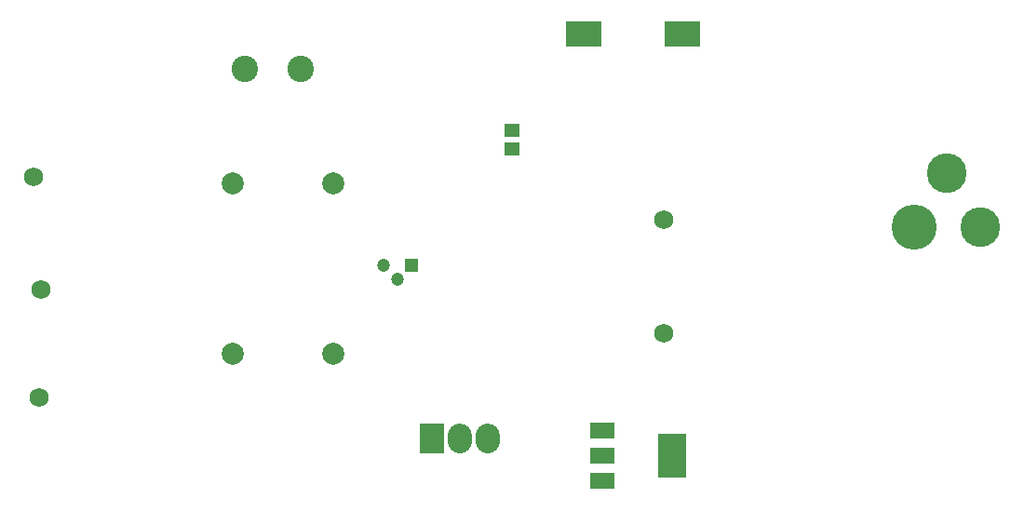
<source format=gts>
G04 Layer: TopSolderMaskLayer*
G04 EasyEDA v6.4.7, 2020-11-13T14:17:03--3:00*
G04 567a4f01d23344a586f60d2a48ffb39a,2f6a952e8d754e4686293a443d3b0dc2,10*
G04 Gerber Generator version 0.2*
G04 Scale: 100 percent, Rotated: No, Reflected: No *
G04 Dimensions in millimeters *
G04 leading zeros omitted , absolute positions ,3 integer and 3 decimal *
%FSLAX33Y33*%
%MOMM*%
G90*
D02*

%ADD29C,2.203196*%
%ADD30C,1.727200*%
%ADD32C,2.003196*%
%ADD35C,2.403196*%
%ADD37C,1.203198*%
%ADD39C,3.604260*%
%ADD40C,4.102100*%

%LPD*%
G54D29*
G01X40309Y15538D02*
G01X40309Y15038D01*
G01X42849Y15538D02*
G01X42849Y15038D01*
G54D30*
G01X1534Y39116D03*
G01X2169Y28829D03*
G01X2042Y19050D03*
G36*
G01X49916Y50919D02*
G01X49916Y53220D01*
G01X53119Y53220D01*
G01X53119Y50919D01*
G01X49916Y50919D01*
G37*
G36*
G01X58915Y50919D02*
G01X58915Y53220D01*
G01X62118Y53220D01*
G01X62118Y50919D01*
G01X58915Y50919D01*
G37*
G54D32*
G01X28780Y23035D03*
G01X19580Y23035D03*
G01X28780Y38529D03*
G01X19580Y38529D03*
G36*
G01X58320Y11714D02*
G01X58320Y15717D01*
G01X60825Y15717D01*
G01X60825Y11714D01*
G01X58320Y11714D01*
G37*
G36*
G01X52120Y13014D02*
G01X52120Y14417D01*
G01X54325Y14417D01*
G01X54325Y13014D01*
G01X52120Y13014D01*
G37*
G36*
G01X52120Y10713D02*
G01X52120Y12118D01*
G01X54325Y12118D01*
G01X54325Y10713D01*
G01X52120Y10713D01*
G37*
G36*
G01X52120Y15313D02*
G01X52120Y16718D01*
G01X54325Y16718D01*
G01X54325Y15313D01*
G01X52120Y15313D01*
G37*
G54D30*
G01X58851Y24870D03*
G01X58851Y35170D03*
G54D35*
G01X25831Y48943D03*
G01X20751Y48943D03*
G36*
G01X36667Y13936D02*
G01X36667Y16639D01*
G01X38872Y16639D01*
G01X38872Y13936D01*
G01X36667Y13936D01*
G37*
G54D37*
G01X34594Y29766D03*
G01X33324Y31036D03*
G36*
G01X35262Y30434D02*
G01X35262Y31638D01*
G01X36466Y31638D01*
G01X36466Y30434D01*
G01X35262Y30434D01*
G37*
G54D39*
G01X87589Y34505D03*
G01X84541Y39408D03*
G54D40*
G01X81594Y34505D03*
G36*
G01X44358Y41026D02*
G01X44358Y42230D01*
G01X45661Y42230D01*
G01X45661Y41026D01*
G01X44358Y41026D01*
G37*
G36*
G01X44358Y42702D02*
G01X44358Y43906D01*
G01X45661Y43906D01*
G01X45661Y42702D01*
G01X44358Y42702D01*
G37*
M00*
M02*

</source>
